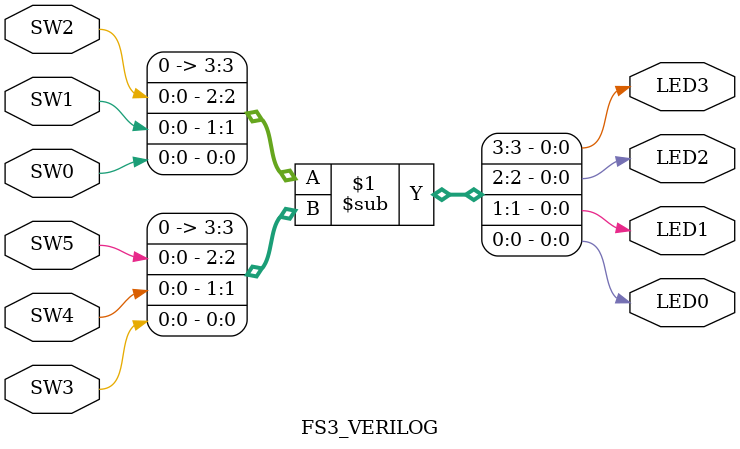
<source format=v>
module FS3_VERILOG(SW0, SW1, SW2, SW3, SW4, SW5, LED0, LED1, LED2, LED3);

    input SW0;
    input SW1;
    input SW2;
    input SW3;
    input SW4;
    input SW5;
    output LED0;
    output LED1;
    output LED2;
    output LED3;

    assign {LED3, LED2, LED1, LED0} = {SW2, SW1, SW0} - {SW5, SW4, SW3};

endmodule

</source>
